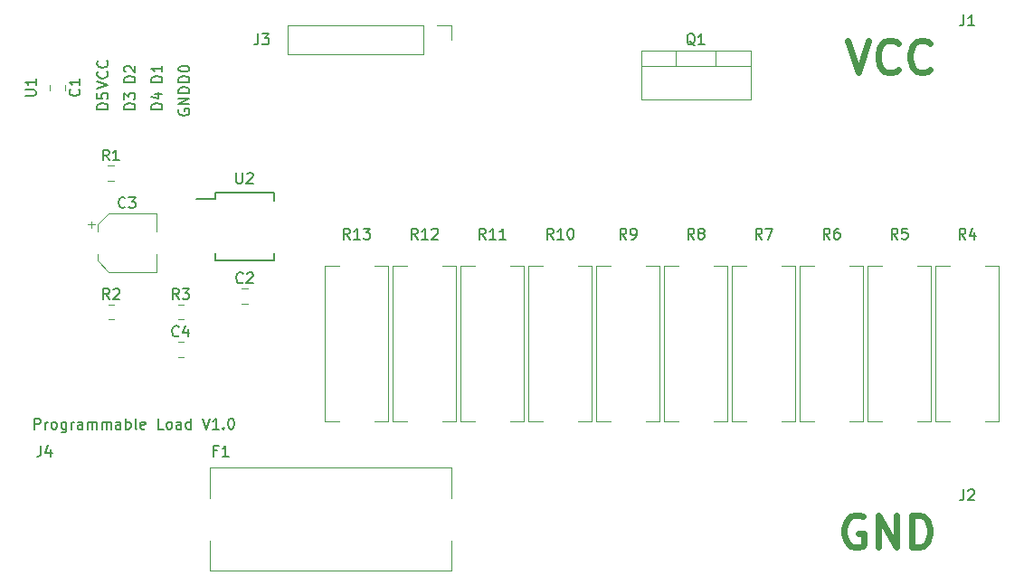
<source format=gto>
G04 #@! TF.GenerationSoftware,KiCad,Pcbnew,(5.0.2)-1*
G04 #@! TF.CreationDate,2019-02-19T19:48:52+01:00*
G04 #@! TF.ProjectId,rload,726c6f61-642e-46b6-9963-61645f706362,rev?*
G04 #@! TF.SameCoordinates,Original*
G04 #@! TF.FileFunction,Legend,Top*
G04 #@! TF.FilePolarity,Positive*
%FSLAX46Y46*%
G04 Gerber Fmt 4.6, Leading zero omitted, Abs format (unit mm)*
G04 Created by KiCad (PCBNEW (5.0.2)-1) date 19.02.2019 19:48:52*
%MOMM*%
%LPD*%
G01*
G04 APERTURE LIST*
%ADD10C,0.600000*%
%ADD11C,0.150000*%
%ADD12C,0.120000*%
G04 APERTURE END LIST*
D10*
X188174285Y-75827142D02*
X189174285Y-78827142D01*
X190174285Y-75827142D01*
X192888571Y-78541428D02*
X192745714Y-78684285D01*
X192317142Y-78827142D01*
X192031428Y-78827142D01*
X191602857Y-78684285D01*
X191317142Y-78398571D01*
X191174285Y-78112857D01*
X191031428Y-77541428D01*
X191031428Y-77112857D01*
X191174285Y-76541428D01*
X191317142Y-76255714D01*
X191602857Y-75970000D01*
X192031428Y-75827142D01*
X192317142Y-75827142D01*
X192745714Y-75970000D01*
X192888571Y-76112857D01*
X195888571Y-78541428D02*
X195745714Y-78684285D01*
X195317142Y-78827142D01*
X195031428Y-78827142D01*
X194602857Y-78684285D01*
X194317142Y-78398571D01*
X194174285Y-78112857D01*
X194031428Y-77541428D01*
X194031428Y-77112857D01*
X194174285Y-76541428D01*
X194317142Y-76255714D01*
X194602857Y-75970000D01*
X195031428Y-75827142D01*
X195317142Y-75827142D01*
X195745714Y-75970000D01*
X195888571Y-76112857D01*
X189602857Y-120420000D02*
X189317142Y-120277142D01*
X188888571Y-120277142D01*
X188460000Y-120420000D01*
X188174285Y-120705714D01*
X188031428Y-120991428D01*
X187888571Y-121562857D01*
X187888571Y-121991428D01*
X188031428Y-122562857D01*
X188174285Y-122848571D01*
X188460000Y-123134285D01*
X188888571Y-123277142D01*
X189174285Y-123277142D01*
X189602857Y-123134285D01*
X189745714Y-122991428D01*
X189745714Y-121991428D01*
X189174285Y-121991428D01*
X191031428Y-123277142D02*
X191031428Y-120277142D01*
X192745714Y-123277142D01*
X192745714Y-120277142D01*
X194174285Y-123277142D02*
X194174285Y-120277142D01*
X194888571Y-120277142D01*
X195317142Y-120420000D01*
X195602857Y-120705714D01*
X195745714Y-120991428D01*
X195888571Y-121562857D01*
X195888571Y-121991428D01*
X195745714Y-122562857D01*
X195602857Y-122848571D01*
X195317142Y-123134285D01*
X194888571Y-123277142D01*
X194174285Y-123277142D01*
D11*
X112095595Y-112212380D02*
X112095595Y-111212380D01*
X112476547Y-111212380D01*
X112571785Y-111260000D01*
X112619404Y-111307619D01*
X112667023Y-111402857D01*
X112667023Y-111545714D01*
X112619404Y-111640952D01*
X112571785Y-111688571D01*
X112476547Y-111736190D01*
X112095595Y-111736190D01*
X113095595Y-112212380D02*
X113095595Y-111545714D01*
X113095595Y-111736190D02*
X113143214Y-111640952D01*
X113190833Y-111593333D01*
X113286071Y-111545714D01*
X113381309Y-111545714D01*
X113857500Y-112212380D02*
X113762261Y-112164761D01*
X113714642Y-112117142D01*
X113667023Y-112021904D01*
X113667023Y-111736190D01*
X113714642Y-111640952D01*
X113762261Y-111593333D01*
X113857500Y-111545714D01*
X114000357Y-111545714D01*
X114095595Y-111593333D01*
X114143214Y-111640952D01*
X114190833Y-111736190D01*
X114190833Y-112021904D01*
X114143214Y-112117142D01*
X114095595Y-112164761D01*
X114000357Y-112212380D01*
X113857500Y-112212380D01*
X115047976Y-111545714D02*
X115047976Y-112355238D01*
X115000357Y-112450476D01*
X114952738Y-112498095D01*
X114857500Y-112545714D01*
X114714642Y-112545714D01*
X114619404Y-112498095D01*
X115047976Y-112164761D02*
X114952738Y-112212380D01*
X114762261Y-112212380D01*
X114667023Y-112164761D01*
X114619404Y-112117142D01*
X114571785Y-112021904D01*
X114571785Y-111736190D01*
X114619404Y-111640952D01*
X114667023Y-111593333D01*
X114762261Y-111545714D01*
X114952738Y-111545714D01*
X115047976Y-111593333D01*
X115524166Y-112212380D02*
X115524166Y-111545714D01*
X115524166Y-111736190D02*
X115571785Y-111640952D01*
X115619404Y-111593333D01*
X115714642Y-111545714D01*
X115809880Y-111545714D01*
X116571785Y-112212380D02*
X116571785Y-111688571D01*
X116524166Y-111593333D01*
X116428928Y-111545714D01*
X116238452Y-111545714D01*
X116143214Y-111593333D01*
X116571785Y-112164761D02*
X116476547Y-112212380D01*
X116238452Y-112212380D01*
X116143214Y-112164761D01*
X116095595Y-112069523D01*
X116095595Y-111974285D01*
X116143214Y-111879047D01*
X116238452Y-111831428D01*
X116476547Y-111831428D01*
X116571785Y-111783809D01*
X117047976Y-112212380D02*
X117047976Y-111545714D01*
X117047976Y-111640952D02*
X117095595Y-111593333D01*
X117190833Y-111545714D01*
X117333690Y-111545714D01*
X117428928Y-111593333D01*
X117476547Y-111688571D01*
X117476547Y-112212380D01*
X117476547Y-111688571D02*
X117524166Y-111593333D01*
X117619404Y-111545714D01*
X117762261Y-111545714D01*
X117857500Y-111593333D01*
X117905119Y-111688571D01*
X117905119Y-112212380D01*
X118381309Y-112212380D02*
X118381309Y-111545714D01*
X118381309Y-111640952D02*
X118428928Y-111593333D01*
X118524166Y-111545714D01*
X118667023Y-111545714D01*
X118762261Y-111593333D01*
X118809880Y-111688571D01*
X118809880Y-112212380D01*
X118809880Y-111688571D02*
X118857500Y-111593333D01*
X118952738Y-111545714D01*
X119095595Y-111545714D01*
X119190833Y-111593333D01*
X119238452Y-111688571D01*
X119238452Y-112212380D01*
X120143214Y-112212380D02*
X120143214Y-111688571D01*
X120095595Y-111593333D01*
X120000357Y-111545714D01*
X119809880Y-111545714D01*
X119714642Y-111593333D01*
X120143214Y-112164761D02*
X120047976Y-112212380D01*
X119809880Y-112212380D01*
X119714642Y-112164761D01*
X119667023Y-112069523D01*
X119667023Y-111974285D01*
X119714642Y-111879047D01*
X119809880Y-111831428D01*
X120047976Y-111831428D01*
X120143214Y-111783809D01*
X120619404Y-112212380D02*
X120619404Y-111212380D01*
X120619404Y-111593333D02*
X120714642Y-111545714D01*
X120905119Y-111545714D01*
X121000357Y-111593333D01*
X121047976Y-111640952D01*
X121095595Y-111736190D01*
X121095595Y-112021904D01*
X121047976Y-112117142D01*
X121000357Y-112164761D01*
X120905119Y-112212380D01*
X120714642Y-112212380D01*
X120619404Y-112164761D01*
X121667023Y-112212380D02*
X121571785Y-112164761D01*
X121524166Y-112069523D01*
X121524166Y-111212380D01*
X122428928Y-112164761D02*
X122333690Y-112212380D01*
X122143214Y-112212380D01*
X122047976Y-112164761D01*
X122000357Y-112069523D01*
X122000357Y-111688571D01*
X122047976Y-111593333D01*
X122143214Y-111545714D01*
X122333690Y-111545714D01*
X122428928Y-111593333D01*
X122476547Y-111688571D01*
X122476547Y-111783809D01*
X122000357Y-111879047D01*
X124143214Y-112212380D02*
X123667023Y-112212380D01*
X123667023Y-111212380D01*
X124619404Y-112212380D02*
X124524166Y-112164761D01*
X124476547Y-112117142D01*
X124428928Y-112021904D01*
X124428928Y-111736190D01*
X124476547Y-111640952D01*
X124524166Y-111593333D01*
X124619404Y-111545714D01*
X124762261Y-111545714D01*
X124857500Y-111593333D01*
X124905119Y-111640952D01*
X124952738Y-111736190D01*
X124952738Y-112021904D01*
X124905119Y-112117142D01*
X124857500Y-112164761D01*
X124762261Y-112212380D01*
X124619404Y-112212380D01*
X125809880Y-112212380D02*
X125809880Y-111688571D01*
X125762261Y-111593333D01*
X125667023Y-111545714D01*
X125476547Y-111545714D01*
X125381309Y-111593333D01*
X125809880Y-112164761D02*
X125714642Y-112212380D01*
X125476547Y-112212380D01*
X125381309Y-112164761D01*
X125333690Y-112069523D01*
X125333690Y-111974285D01*
X125381309Y-111879047D01*
X125476547Y-111831428D01*
X125714642Y-111831428D01*
X125809880Y-111783809D01*
X126714642Y-112212380D02*
X126714642Y-111212380D01*
X126714642Y-112164761D02*
X126619404Y-112212380D01*
X126428928Y-112212380D01*
X126333690Y-112164761D01*
X126286071Y-112117142D01*
X126238452Y-112021904D01*
X126238452Y-111736190D01*
X126286071Y-111640952D01*
X126333690Y-111593333D01*
X126428928Y-111545714D01*
X126619404Y-111545714D01*
X126714642Y-111593333D01*
X127809880Y-111212380D02*
X128143214Y-112212380D01*
X128476547Y-111212380D01*
X129333690Y-112212380D02*
X128762261Y-112212380D01*
X129047976Y-112212380D02*
X129047976Y-111212380D01*
X128952738Y-111355238D01*
X128857500Y-111450476D01*
X128762261Y-111498095D01*
X129762261Y-112117142D02*
X129809880Y-112164761D01*
X129762261Y-112212380D01*
X129714642Y-112164761D01*
X129762261Y-112117142D01*
X129762261Y-112212380D01*
X130428928Y-111212380D02*
X130524166Y-111212380D01*
X130619404Y-111260000D01*
X130667023Y-111307619D01*
X130714642Y-111402857D01*
X130762261Y-111593333D01*
X130762261Y-111831428D01*
X130714642Y-112021904D01*
X130667023Y-112117142D01*
X130619404Y-112164761D01*
X130524166Y-112212380D01*
X130428928Y-112212380D01*
X130333690Y-112164761D01*
X130286071Y-112117142D01*
X130238452Y-112021904D01*
X130190833Y-111831428D01*
X130190833Y-111593333D01*
X130238452Y-111402857D01*
X130286071Y-111307619D01*
X130333690Y-111260000D01*
X130428928Y-111212380D01*
D12*
G04 #@! TO.C,F1*
X151130000Y-115850000D02*
X151130000Y-118650000D01*
X151130000Y-115850000D02*
X128530000Y-115850000D01*
X151130000Y-125450000D02*
X128530000Y-125450000D01*
X151130000Y-122650000D02*
X151130000Y-125450000D01*
X128530000Y-122650000D02*
X128530000Y-125450000D01*
X128530000Y-115850000D02*
X128530000Y-118650000D01*
G04 #@! TO.C,C3*
X117417500Y-92752500D02*
X117417500Y-93377500D01*
X117105000Y-93065000D02*
X117730000Y-93065000D01*
X117970000Y-96445563D02*
X119034437Y-97510000D01*
X117970000Y-93054437D02*
X119034437Y-91990000D01*
X117970000Y-93054437D02*
X117970000Y-93690000D01*
X117970000Y-96445563D02*
X117970000Y-95810000D01*
X119034437Y-97510000D02*
X123490000Y-97510000D01*
X119034437Y-91990000D02*
X123490000Y-91990000D01*
X123490000Y-91990000D02*
X123490000Y-93690000D01*
X123490000Y-97510000D02*
X123490000Y-95810000D01*
G04 #@! TO.C,C2*
X131493748Y-100460000D02*
X132016252Y-100460000D01*
X131493748Y-99040000D02*
X132016252Y-99040000D01*
G04 #@! TO.C,C4*
X125493748Y-105460000D02*
X126016252Y-105460000D01*
X125493748Y-104040000D02*
X126016252Y-104040000D01*
G04 #@! TO.C,J3*
X151100000Y-74420000D02*
X151100000Y-75750000D01*
X149770000Y-74420000D02*
X151100000Y-74420000D01*
X148500000Y-74420000D02*
X148500000Y-77080000D01*
X148500000Y-77080000D02*
X135740000Y-77080000D01*
X148500000Y-74420000D02*
X135740000Y-74420000D01*
X135740000Y-74420000D02*
X135740000Y-77080000D01*
D11*
G04 #@! TO.C,U2*
X128980000Y-90700000D02*
X127230000Y-90700000D01*
X128980000Y-96455000D02*
X134480000Y-96455000D01*
X128980000Y-90045000D02*
X134480000Y-90045000D01*
X128980000Y-96455000D02*
X128980000Y-95705000D01*
X134480000Y-96455000D02*
X134480000Y-95705000D01*
X134480000Y-90045000D02*
X134480000Y-90795000D01*
X128980000Y-90045000D02*
X128980000Y-90700000D01*
D12*
G04 #@! TO.C,Q1*
X175841000Y-76740000D02*
X175841000Y-78250000D01*
X172140000Y-76740000D02*
X172140000Y-78250000D01*
X168870000Y-78250000D02*
X179110000Y-78250000D01*
X179110000Y-76740000D02*
X179110000Y-81381000D01*
X168870000Y-76740000D02*
X168870000Y-81381000D01*
X168870000Y-81381000D02*
X179110000Y-81381000D01*
X168870000Y-76740000D02*
X179110000Y-76740000D01*
G04 #@! TO.C,R3*
X125493748Y-101960000D02*
X126016252Y-101960000D01*
X125493748Y-100540000D02*
X126016252Y-100540000D01*
G04 #@! TO.C,R2*
X118993748Y-101960000D02*
X119516252Y-101960000D01*
X118993748Y-100540000D02*
X119516252Y-100540000D01*
G04 #@! TO.C,R1*
X118968748Y-88960000D02*
X119491252Y-88960000D01*
X118968748Y-87540000D02*
X119491252Y-87540000D01*
G04 #@! TO.C,R8*
X176953172Y-96941686D02*
X175623172Y-96941686D01*
X176953172Y-111481686D02*
X176953172Y-96941686D01*
X175623172Y-111481686D02*
X176953172Y-111481686D01*
X171013172Y-96941686D02*
X172343172Y-96941686D01*
X171013172Y-111481686D02*
X171013172Y-96941686D01*
X172343172Y-111481686D02*
X171013172Y-111481686D01*
G04 #@! TO.C,R7*
X183303172Y-96927686D02*
X181973172Y-96927686D01*
X183303172Y-111467686D02*
X183303172Y-96927686D01*
X181973172Y-111467686D02*
X183303172Y-111467686D01*
X177363172Y-96927686D02*
X178693172Y-96927686D01*
X177363172Y-111467686D02*
X177363172Y-96927686D01*
X178693172Y-111467686D02*
X177363172Y-111467686D01*
G04 #@! TO.C,R6*
X189653172Y-96927686D02*
X188323172Y-96927686D01*
X189653172Y-111467686D02*
X189653172Y-96927686D01*
X188323172Y-111467686D02*
X189653172Y-111467686D01*
X183713172Y-96927686D02*
X185043172Y-96927686D01*
X183713172Y-111467686D02*
X183713172Y-96927686D01*
X185043172Y-111467686D02*
X183713172Y-111467686D01*
G04 #@! TO.C,R5*
X196003172Y-96927686D02*
X194673172Y-96927686D01*
X196003172Y-111467686D02*
X196003172Y-96927686D01*
X194673172Y-111467686D02*
X196003172Y-111467686D01*
X190063172Y-96927686D02*
X191393172Y-96927686D01*
X190063172Y-111467686D02*
X190063172Y-96927686D01*
X191393172Y-111467686D02*
X190063172Y-111467686D01*
G04 #@! TO.C,R4*
X202353172Y-96927686D02*
X201023172Y-96927686D01*
X202353172Y-111467686D02*
X202353172Y-96927686D01*
X201023172Y-111467686D02*
X202353172Y-111467686D01*
X196413172Y-96927686D02*
X197743172Y-96927686D01*
X196413172Y-111467686D02*
X196413172Y-96927686D01*
X197743172Y-111467686D02*
X196413172Y-111467686D01*
G04 #@! TO.C,R9*
X170603172Y-96941686D02*
X169273172Y-96941686D01*
X170603172Y-111481686D02*
X170603172Y-96941686D01*
X169273172Y-111481686D02*
X170603172Y-111481686D01*
X164663172Y-96941686D02*
X165993172Y-96941686D01*
X164663172Y-111481686D02*
X164663172Y-96941686D01*
X165993172Y-111481686D02*
X164663172Y-111481686D01*
G04 #@! TO.C,R10*
X164253172Y-96941686D02*
X162923172Y-96941686D01*
X164253172Y-111481686D02*
X164253172Y-96941686D01*
X162923172Y-111481686D02*
X164253172Y-111481686D01*
X158313172Y-96941686D02*
X159643172Y-96941686D01*
X158313172Y-111481686D02*
X158313172Y-96941686D01*
X159643172Y-111481686D02*
X158313172Y-111481686D01*
G04 #@! TO.C,R11*
X157903172Y-96941686D02*
X156573172Y-96941686D01*
X157903172Y-111481686D02*
X157903172Y-96941686D01*
X156573172Y-111481686D02*
X157903172Y-111481686D01*
X151963172Y-96941686D02*
X153293172Y-96941686D01*
X151963172Y-111481686D02*
X151963172Y-96941686D01*
X153293172Y-111481686D02*
X151963172Y-111481686D01*
G04 #@! TO.C,R12*
X151553172Y-96941686D02*
X150223172Y-96941686D01*
X151553172Y-111481686D02*
X151553172Y-96941686D01*
X150223172Y-111481686D02*
X151553172Y-111481686D01*
X145613172Y-96941686D02*
X146943172Y-96941686D01*
X145613172Y-111481686D02*
X145613172Y-96941686D01*
X146943172Y-111481686D02*
X145613172Y-111481686D01*
G04 #@! TO.C,R13*
X145203172Y-96941686D02*
X143873172Y-96941686D01*
X145203172Y-111481686D02*
X145203172Y-96941686D01*
X143873172Y-111481686D02*
X145203172Y-111481686D01*
X139263172Y-96941686D02*
X140593172Y-96941686D01*
X139263172Y-111481686D02*
X139263172Y-96941686D01*
X140593172Y-111481686D02*
X139263172Y-111481686D01*
G04 #@! TO.C,C1*
X113520000Y-79963748D02*
X113520000Y-80486252D01*
X114940000Y-79963748D02*
X114940000Y-80486252D01*
G04 #@! TO.C,J1*
D11*
X199056666Y-73422380D02*
X199056666Y-74136666D01*
X199009047Y-74279523D01*
X198913809Y-74374761D01*
X198770952Y-74422380D01*
X198675714Y-74422380D01*
X200056666Y-74422380D02*
X199485238Y-74422380D01*
X199770952Y-74422380D02*
X199770952Y-73422380D01*
X199675714Y-73565238D01*
X199580476Y-73660476D01*
X199485238Y-73708095D01*
G04 #@! TO.C,J2*
X199056666Y-117872380D02*
X199056666Y-118586666D01*
X199009047Y-118729523D01*
X198913809Y-118824761D01*
X198770952Y-118872380D01*
X198675714Y-118872380D01*
X199485238Y-117967619D02*
X199532857Y-117920000D01*
X199628095Y-117872380D01*
X199866190Y-117872380D01*
X199961428Y-117920000D01*
X200009047Y-117967619D01*
X200056666Y-118062857D01*
X200056666Y-118158095D01*
X200009047Y-118300952D01*
X199437619Y-118872380D01*
X200056666Y-118872380D01*
G04 #@! TO.C,F1*
X129206666Y-114228571D02*
X128873333Y-114228571D01*
X128873333Y-114752380D02*
X128873333Y-113752380D01*
X129349523Y-113752380D01*
X130254285Y-114752380D02*
X129682857Y-114752380D01*
X129968571Y-114752380D02*
X129968571Y-113752380D01*
X129873333Y-113895238D01*
X129778095Y-113990476D01*
X129682857Y-114038095D01*
G04 #@! TO.C,J4*
X112696666Y-113752380D02*
X112696666Y-114466666D01*
X112649047Y-114609523D01*
X112553809Y-114704761D01*
X112410952Y-114752380D01*
X112315714Y-114752380D01*
X113601428Y-114085714D02*
X113601428Y-114752380D01*
X113363333Y-113704761D02*
X113125238Y-114419047D01*
X113744285Y-114419047D01*
G04 #@! TO.C,U1*
X111212380Y-81011904D02*
X112021904Y-81011904D01*
X112117142Y-80964285D01*
X112164761Y-80916666D01*
X112212380Y-80821428D01*
X112212380Y-80630952D01*
X112164761Y-80535714D01*
X112117142Y-80488095D01*
X112021904Y-80440476D01*
X111212380Y-80440476D01*
X112212380Y-79440476D02*
X112212380Y-80011904D01*
X112212380Y-79726190D02*
X111212380Y-79726190D01*
X111355238Y-79821428D01*
X111450476Y-79916666D01*
X111498095Y-80011904D01*
X118952380Y-82258095D02*
X117952380Y-82258095D01*
X117952380Y-82020000D01*
X118000000Y-81877142D01*
X118095238Y-81781904D01*
X118190476Y-81734285D01*
X118380952Y-81686666D01*
X118523809Y-81686666D01*
X118714285Y-81734285D01*
X118809523Y-81781904D01*
X118904761Y-81877142D01*
X118952380Y-82020000D01*
X118952380Y-82258095D01*
X117952380Y-80781904D02*
X117952380Y-81258095D01*
X118428571Y-81305714D01*
X118380952Y-81258095D01*
X118333333Y-81162857D01*
X118333333Y-80924761D01*
X118380952Y-80829523D01*
X118428571Y-80781904D01*
X118523809Y-80734285D01*
X118761904Y-80734285D01*
X118857142Y-80781904D01*
X118904761Y-80829523D01*
X118952380Y-80924761D01*
X118952380Y-81162857D01*
X118904761Y-81258095D01*
X118857142Y-81305714D01*
X121492380Y-82258095D02*
X120492380Y-82258095D01*
X120492380Y-82020000D01*
X120540000Y-81877142D01*
X120635238Y-81781904D01*
X120730476Y-81734285D01*
X120920952Y-81686666D01*
X121063809Y-81686666D01*
X121254285Y-81734285D01*
X121349523Y-81781904D01*
X121444761Y-81877142D01*
X121492380Y-82020000D01*
X121492380Y-82258095D01*
X120492380Y-81353333D02*
X120492380Y-80734285D01*
X120873333Y-81067619D01*
X120873333Y-80924761D01*
X120920952Y-80829523D01*
X120968571Y-80781904D01*
X121063809Y-80734285D01*
X121301904Y-80734285D01*
X121397142Y-80781904D01*
X121444761Y-80829523D01*
X121492380Y-80924761D01*
X121492380Y-81210476D01*
X121444761Y-81305714D01*
X121397142Y-81353333D01*
X124032380Y-82258095D02*
X123032380Y-82258095D01*
X123032380Y-82020000D01*
X123080000Y-81877142D01*
X123175238Y-81781904D01*
X123270476Y-81734285D01*
X123460952Y-81686666D01*
X123603809Y-81686666D01*
X123794285Y-81734285D01*
X123889523Y-81781904D01*
X123984761Y-81877142D01*
X124032380Y-82020000D01*
X124032380Y-82258095D01*
X123365714Y-80829523D02*
X124032380Y-80829523D01*
X122984761Y-81067619D02*
X123699047Y-81305714D01*
X123699047Y-80686666D01*
X125620000Y-82281904D02*
X125572380Y-82377142D01*
X125572380Y-82520000D01*
X125620000Y-82662857D01*
X125715238Y-82758095D01*
X125810476Y-82805714D01*
X126000952Y-82853333D01*
X126143809Y-82853333D01*
X126334285Y-82805714D01*
X126429523Y-82758095D01*
X126524761Y-82662857D01*
X126572380Y-82520000D01*
X126572380Y-82424761D01*
X126524761Y-82281904D01*
X126477142Y-82234285D01*
X126143809Y-82234285D01*
X126143809Y-82424761D01*
X126572380Y-81805714D02*
X125572380Y-81805714D01*
X126572380Y-81234285D01*
X125572380Y-81234285D01*
X126572380Y-80758095D02*
X125572380Y-80758095D01*
X125572380Y-80520000D01*
X125620000Y-80377142D01*
X125715238Y-80281904D01*
X125810476Y-80234285D01*
X126000952Y-80186666D01*
X126143809Y-80186666D01*
X126334285Y-80234285D01*
X126429523Y-80281904D01*
X126524761Y-80377142D01*
X126572380Y-80520000D01*
X126572380Y-80758095D01*
X126572380Y-79718095D02*
X125572380Y-79718095D01*
X125572380Y-79480000D01*
X125620000Y-79337142D01*
X125715238Y-79241904D01*
X125810476Y-79194285D01*
X126000952Y-79146666D01*
X126143809Y-79146666D01*
X126334285Y-79194285D01*
X126429523Y-79241904D01*
X126524761Y-79337142D01*
X126572380Y-79480000D01*
X126572380Y-79718095D01*
X125572380Y-78527619D02*
X125572380Y-78432380D01*
X125620000Y-78337142D01*
X125667619Y-78289523D01*
X125762857Y-78241904D01*
X125953333Y-78194285D01*
X126191428Y-78194285D01*
X126381904Y-78241904D01*
X126477142Y-78289523D01*
X126524761Y-78337142D01*
X126572380Y-78432380D01*
X126572380Y-78527619D01*
X126524761Y-78622857D01*
X126477142Y-78670476D01*
X126381904Y-78718095D01*
X126191428Y-78765714D01*
X125953333Y-78765714D01*
X125762857Y-78718095D01*
X125667619Y-78670476D01*
X125620000Y-78622857D01*
X125572380Y-78527619D01*
X124032380Y-79718095D02*
X123032380Y-79718095D01*
X123032380Y-79480000D01*
X123080000Y-79337142D01*
X123175238Y-79241904D01*
X123270476Y-79194285D01*
X123460952Y-79146666D01*
X123603809Y-79146666D01*
X123794285Y-79194285D01*
X123889523Y-79241904D01*
X123984761Y-79337142D01*
X124032380Y-79480000D01*
X124032380Y-79718095D01*
X124032380Y-78194285D02*
X124032380Y-78765714D01*
X124032380Y-78480000D02*
X123032380Y-78480000D01*
X123175238Y-78575238D01*
X123270476Y-78670476D01*
X123318095Y-78765714D01*
X121492380Y-79718095D02*
X120492380Y-79718095D01*
X120492380Y-79480000D01*
X120540000Y-79337142D01*
X120635238Y-79241904D01*
X120730476Y-79194285D01*
X120920952Y-79146666D01*
X121063809Y-79146666D01*
X121254285Y-79194285D01*
X121349523Y-79241904D01*
X121444761Y-79337142D01*
X121492380Y-79480000D01*
X121492380Y-79718095D01*
X120587619Y-78765714D02*
X120540000Y-78718095D01*
X120492380Y-78622857D01*
X120492380Y-78384761D01*
X120540000Y-78289523D01*
X120587619Y-78241904D01*
X120682857Y-78194285D01*
X120778095Y-78194285D01*
X120920952Y-78241904D01*
X121492380Y-78813333D01*
X121492380Y-78194285D01*
X117952380Y-80313333D02*
X118952380Y-79980000D01*
X117952380Y-79646666D01*
X118857142Y-78741904D02*
X118904761Y-78789523D01*
X118952380Y-78932380D01*
X118952380Y-79027619D01*
X118904761Y-79170476D01*
X118809523Y-79265714D01*
X118714285Y-79313333D01*
X118523809Y-79360952D01*
X118380952Y-79360952D01*
X118190476Y-79313333D01*
X118095238Y-79265714D01*
X118000000Y-79170476D01*
X117952380Y-79027619D01*
X117952380Y-78932380D01*
X118000000Y-78789523D01*
X118047619Y-78741904D01*
X118857142Y-77741904D02*
X118904761Y-77789523D01*
X118952380Y-77932380D01*
X118952380Y-78027619D01*
X118904761Y-78170476D01*
X118809523Y-78265714D01*
X118714285Y-78313333D01*
X118523809Y-78360952D01*
X118380952Y-78360952D01*
X118190476Y-78313333D01*
X118095238Y-78265714D01*
X118000000Y-78170476D01*
X117952380Y-78027619D01*
X117952380Y-77932380D01*
X118000000Y-77789523D01*
X118047619Y-77741904D01*
G04 #@! TO.C,C3*
X120563333Y-91407142D02*
X120515714Y-91454761D01*
X120372857Y-91502380D01*
X120277619Y-91502380D01*
X120134761Y-91454761D01*
X120039523Y-91359523D01*
X119991904Y-91264285D01*
X119944285Y-91073809D01*
X119944285Y-90930952D01*
X119991904Y-90740476D01*
X120039523Y-90645238D01*
X120134761Y-90550000D01*
X120277619Y-90502380D01*
X120372857Y-90502380D01*
X120515714Y-90550000D01*
X120563333Y-90597619D01*
X120896666Y-90502380D02*
X121515714Y-90502380D01*
X121182380Y-90883333D01*
X121325238Y-90883333D01*
X121420476Y-90930952D01*
X121468095Y-90978571D01*
X121515714Y-91073809D01*
X121515714Y-91311904D01*
X121468095Y-91407142D01*
X121420476Y-91454761D01*
X121325238Y-91502380D01*
X121039523Y-91502380D01*
X120944285Y-91454761D01*
X120896666Y-91407142D01*
G04 #@! TO.C,C2*
X131588333Y-98457142D02*
X131540714Y-98504761D01*
X131397857Y-98552380D01*
X131302619Y-98552380D01*
X131159761Y-98504761D01*
X131064523Y-98409523D01*
X131016904Y-98314285D01*
X130969285Y-98123809D01*
X130969285Y-97980952D01*
X131016904Y-97790476D01*
X131064523Y-97695238D01*
X131159761Y-97600000D01*
X131302619Y-97552380D01*
X131397857Y-97552380D01*
X131540714Y-97600000D01*
X131588333Y-97647619D01*
X131969285Y-97647619D02*
X132016904Y-97600000D01*
X132112142Y-97552380D01*
X132350238Y-97552380D01*
X132445476Y-97600000D01*
X132493095Y-97647619D01*
X132540714Y-97742857D01*
X132540714Y-97838095D01*
X132493095Y-97980952D01*
X131921666Y-98552380D01*
X132540714Y-98552380D01*
G04 #@! TO.C,C4*
X125588333Y-103457142D02*
X125540714Y-103504761D01*
X125397857Y-103552380D01*
X125302619Y-103552380D01*
X125159761Y-103504761D01*
X125064523Y-103409523D01*
X125016904Y-103314285D01*
X124969285Y-103123809D01*
X124969285Y-102980952D01*
X125016904Y-102790476D01*
X125064523Y-102695238D01*
X125159761Y-102600000D01*
X125302619Y-102552380D01*
X125397857Y-102552380D01*
X125540714Y-102600000D01*
X125588333Y-102647619D01*
X126445476Y-102885714D02*
X126445476Y-103552380D01*
X126207380Y-102504761D02*
X125969285Y-103219047D01*
X126588333Y-103219047D01*
G04 #@! TO.C,J3*
X133016666Y-75202380D02*
X133016666Y-75916666D01*
X132969047Y-76059523D01*
X132873809Y-76154761D01*
X132730952Y-76202380D01*
X132635714Y-76202380D01*
X133397619Y-75202380D02*
X134016666Y-75202380D01*
X133683333Y-75583333D01*
X133826190Y-75583333D01*
X133921428Y-75630952D01*
X133969047Y-75678571D01*
X134016666Y-75773809D01*
X134016666Y-76011904D01*
X133969047Y-76107142D01*
X133921428Y-76154761D01*
X133826190Y-76202380D01*
X133540476Y-76202380D01*
X133445238Y-76154761D01*
X133397619Y-76107142D01*
G04 #@! TO.C,U2*
X130968095Y-88202380D02*
X130968095Y-89011904D01*
X131015714Y-89107142D01*
X131063333Y-89154761D01*
X131158571Y-89202380D01*
X131349047Y-89202380D01*
X131444285Y-89154761D01*
X131491904Y-89107142D01*
X131539523Y-89011904D01*
X131539523Y-88202380D01*
X131968095Y-88297619D02*
X132015714Y-88250000D01*
X132110952Y-88202380D01*
X132349047Y-88202380D01*
X132444285Y-88250000D01*
X132491904Y-88297619D01*
X132539523Y-88392857D01*
X132539523Y-88488095D01*
X132491904Y-88630952D01*
X131920476Y-89202380D01*
X132539523Y-89202380D01*
G04 #@! TO.C,Q1*
X173894761Y-76287619D02*
X173799523Y-76240000D01*
X173704285Y-76144761D01*
X173561428Y-76001904D01*
X173466190Y-75954285D01*
X173370952Y-75954285D01*
X173418571Y-76192380D02*
X173323333Y-76144761D01*
X173228095Y-76049523D01*
X173180476Y-75859047D01*
X173180476Y-75525714D01*
X173228095Y-75335238D01*
X173323333Y-75240000D01*
X173418571Y-75192380D01*
X173609047Y-75192380D01*
X173704285Y-75240000D01*
X173799523Y-75335238D01*
X173847142Y-75525714D01*
X173847142Y-75859047D01*
X173799523Y-76049523D01*
X173704285Y-76144761D01*
X173609047Y-76192380D01*
X173418571Y-76192380D01*
X174799523Y-76192380D02*
X174228095Y-76192380D01*
X174513809Y-76192380D02*
X174513809Y-75192380D01*
X174418571Y-75335238D01*
X174323333Y-75430476D01*
X174228095Y-75478095D01*
G04 #@! TO.C,R3*
X125588333Y-100052380D02*
X125255000Y-99576190D01*
X125016904Y-100052380D02*
X125016904Y-99052380D01*
X125397857Y-99052380D01*
X125493095Y-99100000D01*
X125540714Y-99147619D01*
X125588333Y-99242857D01*
X125588333Y-99385714D01*
X125540714Y-99480952D01*
X125493095Y-99528571D01*
X125397857Y-99576190D01*
X125016904Y-99576190D01*
X125921666Y-99052380D02*
X126540714Y-99052380D01*
X126207380Y-99433333D01*
X126350238Y-99433333D01*
X126445476Y-99480952D01*
X126493095Y-99528571D01*
X126540714Y-99623809D01*
X126540714Y-99861904D01*
X126493095Y-99957142D01*
X126445476Y-100004761D01*
X126350238Y-100052380D01*
X126064523Y-100052380D01*
X125969285Y-100004761D01*
X125921666Y-99957142D01*
G04 #@! TO.C,R2*
X119088333Y-100052380D02*
X118755000Y-99576190D01*
X118516904Y-100052380D02*
X118516904Y-99052380D01*
X118897857Y-99052380D01*
X118993095Y-99100000D01*
X119040714Y-99147619D01*
X119088333Y-99242857D01*
X119088333Y-99385714D01*
X119040714Y-99480952D01*
X118993095Y-99528571D01*
X118897857Y-99576190D01*
X118516904Y-99576190D01*
X119469285Y-99147619D02*
X119516904Y-99100000D01*
X119612142Y-99052380D01*
X119850238Y-99052380D01*
X119945476Y-99100000D01*
X119993095Y-99147619D01*
X120040714Y-99242857D01*
X120040714Y-99338095D01*
X119993095Y-99480952D01*
X119421666Y-100052380D01*
X120040714Y-100052380D01*
G04 #@! TO.C,R1*
X119063333Y-87052380D02*
X118730000Y-86576190D01*
X118491904Y-87052380D02*
X118491904Y-86052380D01*
X118872857Y-86052380D01*
X118968095Y-86100000D01*
X119015714Y-86147619D01*
X119063333Y-86242857D01*
X119063333Y-86385714D01*
X119015714Y-86480952D01*
X118968095Y-86528571D01*
X118872857Y-86576190D01*
X118491904Y-86576190D01*
X120015714Y-87052380D02*
X119444285Y-87052380D01*
X119730000Y-87052380D02*
X119730000Y-86052380D01*
X119634761Y-86195238D01*
X119539523Y-86290476D01*
X119444285Y-86338095D01*
G04 #@! TO.C,R8*
X173823333Y-94432380D02*
X173490000Y-93956190D01*
X173251904Y-94432380D02*
X173251904Y-93432380D01*
X173632857Y-93432380D01*
X173728095Y-93480000D01*
X173775714Y-93527619D01*
X173823333Y-93622857D01*
X173823333Y-93765714D01*
X173775714Y-93860952D01*
X173728095Y-93908571D01*
X173632857Y-93956190D01*
X173251904Y-93956190D01*
X174394761Y-93860952D02*
X174299523Y-93813333D01*
X174251904Y-93765714D01*
X174204285Y-93670476D01*
X174204285Y-93622857D01*
X174251904Y-93527619D01*
X174299523Y-93480000D01*
X174394761Y-93432380D01*
X174585238Y-93432380D01*
X174680476Y-93480000D01*
X174728095Y-93527619D01*
X174775714Y-93622857D01*
X174775714Y-93670476D01*
X174728095Y-93765714D01*
X174680476Y-93813333D01*
X174585238Y-93860952D01*
X174394761Y-93860952D01*
X174299523Y-93908571D01*
X174251904Y-93956190D01*
X174204285Y-94051428D01*
X174204285Y-94241904D01*
X174251904Y-94337142D01*
X174299523Y-94384761D01*
X174394761Y-94432380D01*
X174585238Y-94432380D01*
X174680476Y-94384761D01*
X174728095Y-94337142D01*
X174775714Y-94241904D01*
X174775714Y-94051428D01*
X174728095Y-93956190D01*
X174680476Y-93908571D01*
X174585238Y-93860952D01*
G04 #@! TO.C,R7*
X180173333Y-94432380D02*
X179840000Y-93956190D01*
X179601904Y-94432380D02*
X179601904Y-93432380D01*
X179982857Y-93432380D01*
X180078095Y-93480000D01*
X180125714Y-93527619D01*
X180173333Y-93622857D01*
X180173333Y-93765714D01*
X180125714Y-93860952D01*
X180078095Y-93908571D01*
X179982857Y-93956190D01*
X179601904Y-93956190D01*
X180506666Y-93432380D02*
X181173333Y-93432380D01*
X180744761Y-94432380D01*
G04 #@! TO.C,R6*
X186523333Y-94432380D02*
X186190000Y-93956190D01*
X185951904Y-94432380D02*
X185951904Y-93432380D01*
X186332857Y-93432380D01*
X186428095Y-93480000D01*
X186475714Y-93527619D01*
X186523333Y-93622857D01*
X186523333Y-93765714D01*
X186475714Y-93860952D01*
X186428095Y-93908571D01*
X186332857Y-93956190D01*
X185951904Y-93956190D01*
X187380476Y-93432380D02*
X187190000Y-93432380D01*
X187094761Y-93480000D01*
X187047142Y-93527619D01*
X186951904Y-93670476D01*
X186904285Y-93860952D01*
X186904285Y-94241904D01*
X186951904Y-94337142D01*
X186999523Y-94384761D01*
X187094761Y-94432380D01*
X187285238Y-94432380D01*
X187380476Y-94384761D01*
X187428095Y-94337142D01*
X187475714Y-94241904D01*
X187475714Y-94003809D01*
X187428095Y-93908571D01*
X187380476Y-93860952D01*
X187285238Y-93813333D01*
X187094761Y-93813333D01*
X186999523Y-93860952D01*
X186951904Y-93908571D01*
X186904285Y-94003809D01*
G04 #@! TO.C,R5*
X192873333Y-94432380D02*
X192540000Y-93956190D01*
X192301904Y-94432380D02*
X192301904Y-93432380D01*
X192682857Y-93432380D01*
X192778095Y-93480000D01*
X192825714Y-93527619D01*
X192873333Y-93622857D01*
X192873333Y-93765714D01*
X192825714Y-93860952D01*
X192778095Y-93908571D01*
X192682857Y-93956190D01*
X192301904Y-93956190D01*
X193778095Y-93432380D02*
X193301904Y-93432380D01*
X193254285Y-93908571D01*
X193301904Y-93860952D01*
X193397142Y-93813333D01*
X193635238Y-93813333D01*
X193730476Y-93860952D01*
X193778095Y-93908571D01*
X193825714Y-94003809D01*
X193825714Y-94241904D01*
X193778095Y-94337142D01*
X193730476Y-94384761D01*
X193635238Y-94432380D01*
X193397142Y-94432380D01*
X193301904Y-94384761D01*
X193254285Y-94337142D01*
G04 #@! TO.C,R4*
X199223333Y-94432380D02*
X198890000Y-93956190D01*
X198651904Y-94432380D02*
X198651904Y-93432380D01*
X199032857Y-93432380D01*
X199128095Y-93480000D01*
X199175714Y-93527619D01*
X199223333Y-93622857D01*
X199223333Y-93765714D01*
X199175714Y-93860952D01*
X199128095Y-93908571D01*
X199032857Y-93956190D01*
X198651904Y-93956190D01*
X200080476Y-93765714D02*
X200080476Y-94432380D01*
X199842380Y-93384761D02*
X199604285Y-94099047D01*
X200223333Y-94099047D01*
G04 #@! TO.C,R9*
X167473333Y-94432380D02*
X167140000Y-93956190D01*
X166901904Y-94432380D02*
X166901904Y-93432380D01*
X167282857Y-93432380D01*
X167378095Y-93480000D01*
X167425714Y-93527619D01*
X167473333Y-93622857D01*
X167473333Y-93765714D01*
X167425714Y-93860952D01*
X167378095Y-93908571D01*
X167282857Y-93956190D01*
X166901904Y-93956190D01*
X167949523Y-94432380D02*
X168140000Y-94432380D01*
X168235238Y-94384761D01*
X168282857Y-94337142D01*
X168378095Y-94194285D01*
X168425714Y-94003809D01*
X168425714Y-93622857D01*
X168378095Y-93527619D01*
X168330476Y-93480000D01*
X168235238Y-93432380D01*
X168044761Y-93432380D01*
X167949523Y-93480000D01*
X167901904Y-93527619D01*
X167854285Y-93622857D01*
X167854285Y-93860952D01*
X167901904Y-93956190D01*
X167949523Y-94003809D01*
X168044761Y-94051428D01*
X168235238Y-94051428D01*
X168330476Y-94003809D01*
X168378095Y-93956190D01*
X168425714Y-93860952D01*
G04 #@! TO.C,R10*
X160647142Y-94432380D02*
X160313809Y-93956190D01*
X160075714Y-94432380D02*
X160075714Y-93432380D01*
X160456666Y-93432380D01*
X160551904Y-93480000D01*
X160599523Y-93527619D01*
X160647142Y-93622857D01*
X160647142Y-93765714D01*
X160599523Y-93860952D01*
X160551904Y-93908571D01*
X160456666Y-93956190D01*
X160075714Y-93956190D01*
X161599523Y-94432380D02*
X161028095Y-94432380D01*
X161313809Y-94432380D02*
X161313809Y-93432380D01*
X161218571Y-93575238D01*
X161123333Y-93670476D01*
X161028095Y-93718095D01*
X162218571Y-93432380D02*
X162313809Y-93432380D01*
X162409047Y-93480000D01*
X162456666Y-93527619D01*
X162504285Y-93622857D01*
X162551904Y-93813333D01*
X162551904Y-94051428D01*
X162504285Y-94241904D01*
X162456666Y-94337142D01*
X162409047Y-94384761D01*
X162313809Y-94432380D01*
X162218571Y-94432380D01*
X162123333Y-94384761D01*
X162075714Y-94337142D01*
X162028095Y-94241904D01*
X161980476Y-94051428D01*
X161980476Y-93813333D01*
X162028095Y-93622857D01*
X162075714Y-93527619D01*
X162123333Y-93480000D01*
X162218571Y-93432380D01*
G04 #@! TO.C,R11*
X154297142Y-94432380D02*
X153963809Y-93956190D01*
X153725714Y-94432380D02*
X153725714Y-93432380D01*
X154106666Y-93432380D01*
X154201904Y-93480000D01*
X154249523Y-93527619D01*
X154297142Y-93622857D01*
X154297142Y-93765714D01*
X154249523Y-93860952D01*
X154201904Y-93908571D01*
X154106666Y-93956190D01*
X153725714Y-93956190D01*
X155249523Y-94432380D02*
X154678095Y-94432380D01*
X154963809Y-94432380D02*
X154963809Y-93432380D01*
X154868571Y-93575238D01*
X154773333Y-93670476D01*
X154678095Y-93718095D01*
X156201904Y-94432380D02*
X155630476Y-94432380D01*
X155916190Y-94432380D02*
X155916190Y-93432380D01*
X155820952Y-93575238D01*
X155725714Y-93670476D01*
X155630476Y-93718095D01*
G04 #@! TO.C,R12*
X147947142Y-94432380D02*
X147613809Y-93956190D01*
X147375714Y-94432380D02*
X147375714Y-93432380D01*
X147756666Y-93432380D01*
X147851904Y-93480000D01*
X147899523Y-93527619D01*
X147947142Y-93622857D01*
X147947142Y-93765714D01*
X147899523Y-93860952D01*
X147851904Y-93908571D01*
X147756666Y-93956190D01*
X147375714Y-93956190D01*
X148899523Y-94432380D02*
X148328095Y-94432380D01*
X148613809Y-94432380D02*
X148613809Y-93432380D01*
X148518571Y-93575238D01*
X148423333Y-93670476D01*
X148328095Y-93718095D01*
X149280476Y-93527619D02*
X149328095Y-93480000D01*
X149423333Y-93432380D01*
X149661428Y-93432380D01*
X149756666Y-93480000D01*
X149804285Y-93527619D01*
X149851904Y-93622857D01*
X149851904Y-93718095D01*
X149804285Y-93860952D01*
X149232857Y-94432380D01*
X149851904Y-94432380D01*
G04 #@! TO.C,R13*
X141597142Y-94432380D02*
X141263809Y-93956190D01*
X141025714Y-94432380D02*
X141025714Y-93432380D01*
X141406666Y-93432380D01*
X141501904Y-93480000D01*
X141549523Y-93527619D01*
X141597142Y-93622857D01*
X141597142Y-93765714D01*
X141549523Y-93860952D01*
X141501904Y-93908571D01*
X141406666Y-93956190D01*
X141025714Y-93956190D01*
X142549523Y-94432380D02*
X141978095Y-94432380D01*
X142263809Y-94432380D02*
X142263809Y-93432380D01*
X142168571Y-93575238D01*
X142073333Y-93670476D01*
X141978095Y-93718095D01*
X142882857Y-93432380D02*
X143501904Y-93432380D01*
X143168571Y-93813333D01*
X143311428Y-93813333D01*
X143406666Y-93860952D01*
X143454285Y-93908571D01*
X143501904Y-94003809D01*
X143501904Y-94241904D01*
X143454285Y-94337142D01*
X143406666Y-94384761D01*
X143311428Y-94432380D01*
X143025714Y-94432380D01*
X142930476Y-94384761D01*
X142882857Y-94337142D01*
G04 #@! TO.C,C1*
X116237142Y-80391666D02*
X116284761Y-80439285D01*
X116332380Y-80582142D01*
X116332380Y-80677380D01*
X116284761Y-80820238D01*
X116189523Y-80915476D01*
X116094285Y-80963095D01*
X115903809Y-81010714D01*
X115760952Y-81010714D01*
X115570476Y-80963095D01*
X115475238Y-80915476D01*
X115380000Y-80820238D01*
X115332380Y-80677380D01*
X115332380Y-80582142D01*
X115380000Y-80439285D01*
X115427619Y-80391666D01*
X116332380Y-79439285D02*
X116332380Y-80010714D01*
X116332380Y-79725000D02*
X115332380Y-79725000D01*
X115475238Y-79820238D01*
X115570476Y-79915476D01*
X115618095Y-80010714D01*
G04 #@! TD*
M02*

</source>
